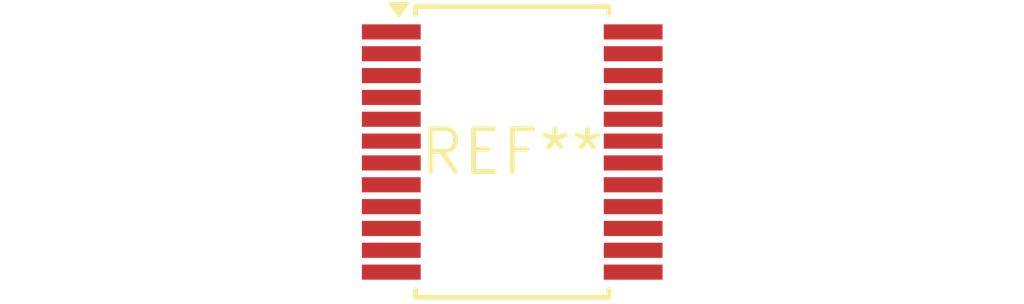
<source format=kicad_pcb>
(kicad_pcb (version 20240108) (generator pcbnew)
  (layers (0 "F.Cu" signal) (31 "B.Cu" signal) (34 "B.Paste" user) (35 "F.Paste" user) (36 "B.SilkS" user "B.Silkscreen") (37 "F.SilkS" user "F.Silkscreen") (38 "B.Mask" user) (39 "F.Mask" user) (44 "Edge.Cuts" user))
  (net 0 "")
  (footprint "SSOP-24_5.3x8.2mm_P0.65mm" (layer "F.Cu") (at 0 0)
    (property "Reference" "REF**")
    (property "Value" "SSOP-24_5.3x8.2mm_P0.65mm")
    (fp_line (start -2.875 -4.325) (end -2.875 -4.1) (layer "F.SilkS") (stroke (width 0.15)))
    (fp_line (start -2.875 -4.325) (end 2.875 -4.325) (layer "F.SilkS") (stroke (width 0.15)))
    (fp_line (start -2.875 4.325) (end -2.875 4.1) (layer "F.SilkS") (stroke (width 0.15)))
    (fp_line (start -2.875 4.325) (end 2.875 4.325) (layer "F.SilkS") (stroke (width 0.15)))
    (fp_line (start 2.875 -4.325) (end 2.875 -4.1) (layer "F.SilkS") (stroke (width 0.15)))
    (fp_line (start 2.875 4.325) (end 2.875 4.1) (layer "F.SilkS") (stroke (width 0.15)))
    (fp_poly (pts (xy -3.375 -4.075) (xy -3.615 -4.405) (xy -3.135 -4.405) (xy -3.375 -4.075)) (layer "F.SilkS") (stroke (width 0.12)) (fill solid))
    (pad "1" smd rect (at -3.6 -3.575) (size 1.75 0.45) (layers "F.Cu" "F.Paste" "F.Mask"))
    (pad "2" smd rect (at -3.6 -2.925) (size 1.75 0.45) (layers "F.Cu" "F.Paste" "F.Mask"))
    (pad "3" smd rect (at -3.6 -2.275) (size 1.75 0.45) (layers "F.Cu" "F.Paste" "F.Mask"))
    (pad "4" smd rect (at -3.6 -1.625) (size 1.75 0.45) (layers "F.Cu" "F.Paste" "F.Mask"))
    (pad "5" smd rect (at -3.6 -0.975) (size 1.75 0.45) (layers "F.Cu" "F.Paste" "F.Mask"))
    (pad "6" smd rect (at -3.6 -0.325) (size 1.75 0.45) (layers "F.Cu" "F.Paste" "F.Mask"))
    (pad "7" smd rect (at -3.6 0.325) (size 1.75 0.45) (layers "F.Cu" "F.Paste" "F.Mask"))
    (pad "8" smd rect (at -3.6 0.975) (size 1.75 0.45) (layers "F.Cu" "F.Paste" "F.Mask"))
    (pad "9" smd rect (at -3.6 1.625) (size 1.75 0.45) (layers "F.Cu" "F.Paste" "F.Mask"))
    (pad "10" smd rect (at -3.6 2.275) (size 1.75 0.45) (layers "F.Cu" "F.Paste" "F.Mask"))
    (pad "11" smd rect (at -3.6 2.925) (size 1.75 0.45) (layers "F.Cu" "F.Paste" "F.Mask"))
    (pad "12" smd rect (at -3.6 3.575) (size 1.75 0.45) (layers "F.Cu" "F.Paste" "F.Mask"))
    (pad "13" smd rect (at 3.6 3.575) (size 1.75 0.45) (layers "F.Cu" "F.Paste" "F.Mask"))
    (pad "14" smd rect (at 3.6 2.925) (size 1.75 0.45) (layers "F.Cu" "F.Paste" "F.Mask"))
    (pad "15" smd rect (at 3.6 2.275) (size 1.75 0.45) (layers "F.Cu" "F.Paste" "F.Mask"))
    (pad "16" smd rect (at 3.6 1.625) (size 1.75 0.45) (layers "F.Cu" "F.Paste" "F.Mask"))
    (pad "17" smd rect (at 3.6 0.975) (size 1.75 0.45) (layers "F.Cu" "F.Paste" "F.Mask"))
    (pad "18" smd rect (at 3.6 0.325) (size 1.75 0.45) (layers "F.Cu" "F.Paste" "F.Mask"))
    (pad "19" smd rect (at 3.6 -0.325) (size 1.75 0.45) (layers "F.Cu" "F.Paste" "F.Mask"))
    (pad "20" smd rect (at 3.6 -0.975) (size 1.75 0.45) (layers "F.Cu" "F.Paste" "F.Mask"))
    (pad "21" smd rect (at 3.6 -1.625) (size 1.75 0.45) (layers "F.Cu" "F.Paste" "F.Mask"))
    (pad "22" smd rect (at 3.6 -2.275) (size 1.75 0.45) (layers "F.Cu" "F.Paste" "F.Mask"))
    (pad "23" smd rect (at 3.6 -2.925) (size 1.75 0.45) (layers "F.Cu" "F.Paste" "F.Mask"))
    (pad "24" smd rect (at 3.6 -3.575) (size 1.75 0.45) (layers "F.Cu" "F.Paste" "F.Mask"))
  )
)
</source>
